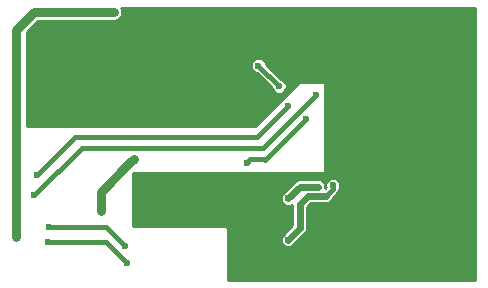
<source format=gbl>
G04 #@! TF.FileFunction,Copper,L2,Bot,Mixed*
%FSLAX46Y46*%
G04 Gerber Fmt 4.6, Leading zero omitted, Abs format (unit mm)*
G04 Created by KiCad (PCBNEW 4.0.7) date 06/29/18 00:15:07*
%MOMM*%
%LPD*%
G01*
G04 APERTURE LIST*
%ADD10C,0.100000*%
%ADD11C,0.600000*%
%ADD12C,0.800000*%
%ADD13C,0.400000*%
%ADD14C,0.600000*%
%ADD15C,0.254000*%
G04 APERTURE END LIST*
D10*
D11*
X186200000Y-77400000D03*
X187800000Y-77400000D03*
X169000000Y-80250000D03*
X169750000Y-80250000D03*
X173500000Y-93400000D03*
X170900000Y-88000000D03*
X187000000Y-77400000D03*
X182600000Y-91800000D03*
X170500000Y-80250000D03*
X160954634Y-83654960D03*
X162250000Y-85000000D03*
X166750000Y-72250000D03*
X158181933Y-88085711D03*
X177800000Y-85900000D03*
X174000000Y-90500000D03*
X152750000Y-85000000D03*
X174000000Y-79200000D03*
X170500000Y-84000000D03*
X175500000Y-80250000D03*
X151000000Y-90250000D03*
X159250000Y-71250000D03*
X152527032Y-86750000D03*
X176400000Y-78200000D03*
X160200000Y-91000000D03*
X153727402Y-89387123D03*
X153700000Y-90700000D03*
X160400000Y-92500000D03*
X173250000Y-77500000D03*
X171500000Y-75750000D03*
X176500000Y-86000000D03*
X174000000Y-87000000D03*
D12*
X158181933Y-86427661D02*
X160654635Y-83954959D01*
X158181933Y-88085711D02*
X158181933Y-86427661D01*
X160654635Y-83954959D02*
X160954634Y-83654960D01*
D13*
X177199990Y-86800010D02*
X177800000Y-86200000D01*
X177800000Y-86200000D02*
X177800000Y-85900000D01*
D14*
X175000000Y-87500000D02*
X175699990Y-86800010D01*
X175699990Y-86800010D02*
X177199990Y-86800010D01*
X175000000Y-88500000D02*
X175000000Y-87500000D01*
X175000000Y-89500000D02*
X175000000Y-88500000D01*
X174000000Y-90500000D02*
X175000000Y-89500000D01*
D13*
X156150000Y-81800000D02*
X155950000Y-81800000D01*
X155950000Y-81800000D02*
X152750000Y-85000000D01*
X158500000Y-81800000D02*
X157250000Y-81800000D01*
X171400000Y-81800000D02*
X158500000Y-81800000D01*
X158500000Y-81800000D02*
X156150000Y-81800000D01*
X157250000Y-81800000D02*
X156838002Y-81800000D01*
X174000000Y-79200000D02*
X171400000Y-81800000D01*
X170500000Y-84000000D02*
X170799999Y-83700001D01*
X170799999Y-83700001D02*
X171971757Y-83700001D01*
X171971757Y-83700001D02*
X172010878Y-83739122D01*
X175500000Y-80250000D02*
X172010878Y-83739122D01*
D12*
X152500000Y-71250000D02*
X151000000Y-72750000D01*
X151000000Y-72750000D02*
X151000000Y-90250000D01*
X159250000Y-71250000D02*
X152500000Y-71250000D01*
D13*
X171899493Y-82700507D02*
X158500000Y-82700507D01*
X158500000Y-82700507D02*
X156576525Y-82700507D01*
X156576525Y-82700507D02*
X152527032Y-86750000D01*
X176400000Y-78200000D02*
X171899493Y-82700507D01*
X158337124Y-89387123D02*
X158587123Y-89387123D01*
X158587123Y-89387123D02*
X160200000Y-91000000D01*
X153727402Y-89387123D02*
X158337124Y-89387123D01*
X153700000Y-90700000D02*
X158600000Y-90700000D01*
X158600000Y-90700000D02*
X160400000Y-92500000D01*
X171500000Y-75750000D02*
X173250000Y-77500000D01*
D14*
X176075736Y-86000000D02*
X176500000Y-86000000D01*
X175000000Y-86000000D02*
X176075736Y-86000000D01*
X174000000Y-87000000D02*
X175000000Y-86000000D01*
D15*
G36*
X189873000Y-93873000D02*
X168877000Y-93873000D01*
X168877000Y-89500000D01*
X168866994Y-89450590D01*
X168838553Y-89408965D01*
X168796159Y-89381685D01*
X168750000Y-89373000D01*
X160877000Y-89373000D01*
X160877000Y-87124171D01*
X173372891Y-87124171D01*
X173468145Y-87354703D01*
X173644369Y-87531235D01*
X173874735Y-87626891D01*
X174124171Y-87627109D01*
X174354703Y-87531855D01*
X174373000Y-87513590D01*
X174373000Y-89240288D01*
X173557031Y-90056257D01*
X173468765Y-90144369D01*
X173373109Y-90374735D01*
X173372891Y-90624171D01*
X173468145Y-90854703D01*
X173644369Y-91031235D01*
X173874735Y-91126891D01*
X174124171Y-91127109D01*
X174354703Y-91031855D01*
X174531235Y-90855631D01*
X174531344Y-90855368D01*
X175443356Y-89943356D01*
X175579273Y-89739942D01*
X175627000Y-89500000D01*
X175627000Y-87759712D01*
X175959702Y-87427010D01*
X177199990Y-87427010D01*
X177439933Y-87379282D01*
X177643346Y-87243366D01*
X177779262Y-87039953D01*
X177797618Y-86947672D01*
X178172645Y-86572645D01*
X178286885Y-86401675D01*
X178312143Y-86274690D01*
X178331235Y-86255631D01*
X178426891Y-86025265D01*
X178427109Y-85775829D01*
X178331855Y-85545297D01*
X178155631Y-85368765D01*
X177925265Y-85273109D01*
X177675829Y-85272891D01*
X177445297Y-85368145D01*
X177268765Y-85544369D01*
X177173109Y-85774735D01*
X177172891Y-86024171D01*
X177189746Y-86064964D01*
X177125077Y-86129633D01*
X177126891Y-86125265D01*
X177127109Y-85875829D01*
X177031855Y-85645297D01*
X176855631Y-85468765D01*
X176625265Y-85373109D01*
X176375829Y-85372891D01*
X176375565Y-85373000D01*
X175000000Y-85373000D01*
X174760058Y-85420727D01*
X174556644Y-85556644D01*
X173557031Y-86556257D01*
X173468765Y-86644369D01*
X173373109Y-86874735D01*
X173372891Y-87124171D01*
X160877000Y-87124171D01*
X160877000Y-84877000D01*
X177000000Y-84877000D01*
X177049410Y-84866994D01*
X177091035Y-84838553D01*
X177118315Y-84796159D01*
X177127000Y-84750000D01*
X177127000Y-77250000D01*
X177116994Y-77200590D01*
X177088553Y-77158965D01*
X177046159Y-77131685D01*
X177000000Y-77123000D01*
X175000000Y-77123000D01*
X174950590Y-77133006D01*
X174910197Y-77160197D01*
X171197394Y-80873000D01*
X151877000Y-80873000D01*
X151877000Y-75874171D01*
X170872891Y-75874171D01*
X170968145Y-76104703D01*
X171144369Y-76281235D01*
X171374735Y-76376891D01*
X171381607Y-76376897D01*
X172622896Y-77618186D01*
X172622891Y-77624171D01*
X172718145Y-77854703D01*
X172894369Y-78031235D01*
X173124735Y-78126891D01*
X173374171Y-78127109D01*
X173604703Y-78031855D01*
X173781235Y-77855631D01*
X173876891Y-77625265D01*
X173877109Y-77375829D01*
X173781855Y-77145297D01*
X173605631Y-76968765D01*
X173375265Y-76873109D01*
X173368393Y-76873103D01*
X172127104Y-75631814D01*
X172127109Y-75625829D01*
X172031855Y-75395297D01*
X171855631Y-75218765D01*
X171625265Y-75123109D01*
X171375829Y-75122891D01*
X171145297Y-75218145D01*
X170968765Y-75394369D01*
X170873109Y-75624735D01*
X170872891Y-75874171D01*
X151877000Y-75874171D01*
X151877000Y-72901134D01*
X152801133Y-71977000D01*
X159250000Y-71977000D01*
X159528211Y-71921660D01*
X159764067Y-71764067D01*
X159921660Y-71528211D01*
X159977000Y-71250000D01*
X159921660Y-70971789D01*
X159858324Y-70877000D01*
X189873000Y-70877000D01*
X189873000Y-93873000D01*
X189873000Y-93873000D01*
G37*
X189873000Y-93873000D02*
X168877000Y-93873000D01*
X168877000Y-89500000D01*
X168866994Y-89450590D01*
X168838553Y-89408965D01*
X168796159Y-89381685D01*
X168750000Y-89373000D01*
X160877000Y-89373000D01*
X160877000Y-87124171D01*
X173372891Y-87124171D01*
X173468145Y-87354703D01*
X173644369Y-87531235D01*
X173874735Y-87626891D01*
X174124171Y-87627109D01*
X174354703Y-87531855D01*
X174373000Y-87513590D01*
X174373000Y-89240288D01*
X173557031Y-90056257D01*
X173468765Y-90144369D01*
X173373109Y-90374735D01*
X173372891Y-90624171D01*
X173468145Y-90854703D01*
X173644369Y-91031235D01*
X173874735Y-91126891D01*
X174124171Y-91127109D01*
X174354703Y-91031855D01*
X174531235Y-90855631D01*
X174531344Y-90855368D01*
X175443356Y-89943356D01*
X175579273Y-89739942D01*
X175627000Y-89500000D01*
X175627000Y-87759712D01*
X175959702Y-87427010D01*
X177199990Y-87427010D01*
X177439933Y-87379282D01*
X177643346Y-87243366D01*
X177779262Y-87039953D01*
X177797618Y-86947672D01*
X178172645Y-86572645D01*
X178286885Y-86401675D01*
X178312143Y-86274690D01*
X178331235Y-86255631D01*
X178426891Y-86025265D01*
X178427109Y-85775829D01*
X178331855Y-85545297D01*
X178155631Y-85368765D01*
X177925265Y-85273109D01*
X177675829Y-85272891D01*
X177445297Y-85368145D01*
X177268765Y-85544369D01*
X177173109Y-85774735D01*
X177172891Y-86024171D01*
X177189746Y-86064964D01*
X177125077Y-86129633D01*
X177126891Y-86125265D01*
X177127109Y-85875829D01*
X177031855Y-85645297D01*
X176855631Y-85468765D01*
X176625265Y-85373109D01*
X176375829Y-85372891D01*
X176375565Y-85373000D01*
X175000000Y-85373000D01*
X174760058Y-85420727D01*
X174556644Y-85556644D01*
X173557031Y-86556257D01*
X173468765Y-86644369D01*
X173373109Y-86874735D01*
X173372891Y-87124171D01*
X160877000Y-87124171D01*
X160877000Y-84877000D01*
X177000000Y-84877000D01*
X177049410Y-84866994D01*
X177091035Y-84838553D01*
X177118315Y-84796159D01*
X177127000Y-84750000D01*
X177127000Y-77250000D01*
X177116994Y-77200590D01*
X177088553Y-77158965D01*
X177046159Y-77131685D01*
X177000000Y-77123000D01*
X175000000Y-77123000D01*
X174950590Y-77133006D01*
X174910197Y-77160197D01*
X171197394Y-80873000D01*
X151877000Y-80873000D01*
X151877000Y-75874171D01*
X170872891Y-75874171D01*
X170968145Y-76104703D01*
X171144369Y-76281235D01*
X171374735Y-76376891D01*
X171381607Y-76376897D01*
X172622896Y-77618186D01*
X172622891Y-77624171D01*
X172718145Y-77854703D01*
X172894369Y-78031235D01*
X173124735Y-78126891D01*
X173374171Y-78127109D01*
X173604703Y-78031855D01*
X173781235Y-77855631D01*
X173876891Y-77625265D01*
X173877109Y-77375829D01*
X173781855Y-77145297D01*
X173605631Y-76968765D01*
X173375265Y-76873109D01*
X173368393Y-76873103D01*
X172127104Y-75631814D01*
X172127109Y-75625829D01*
X172031855Y-75395297D01*
X171855631Y-75218765D01*
X171625265Y-75123109D01*
X171375829Y-75122891D01*
X171145297Y-75218145D01*
X170968765Y-75394369D01*
X170873109Y-75624735D01*
X170872891Y-75874171D01*
X151877000Y-75874171D01*
X151877000Y-72901134D01*
X152801133Y-71977000D01*
X159250000Y-71977000D01*
X159528211Y-71921660D01*
X159764067Y-71764067D01*
X159921660Y-71528211D01*
X159977000Y-71250000D01*
X159921660Y-70971789D01*
X159858324Y-70877000D01*
X189873000Y-70877000D01*
X189873000Y-93873000D01*
M02*

</source>
